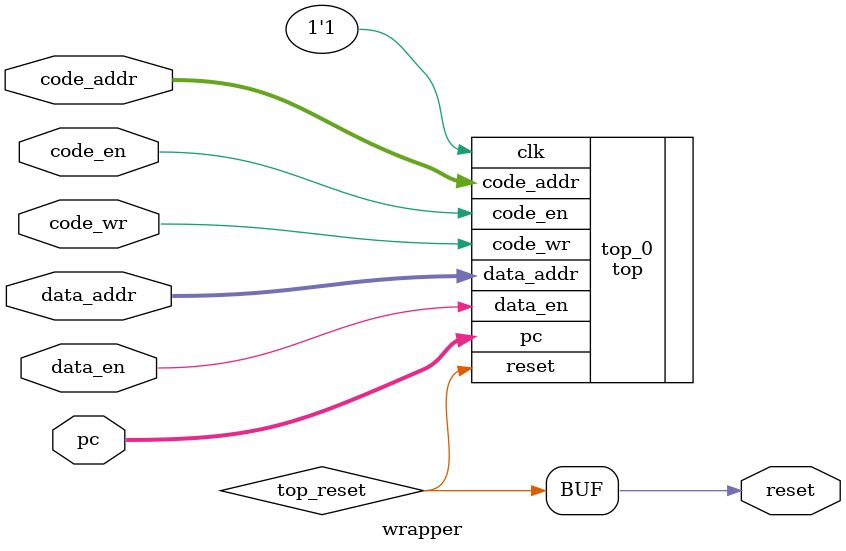
<source format=v>
`ifdef OMSP_NO_INCLUDE
`else
`include "openMSP430_defines.v"
`endif

module wrapper (
    input  [15:0] pc,
    input         data_en,
    input         code_en,
    input         code_wr,
    input  [15:0] data_addr,
    input  [15:0] code_addr,
    output        reset
);

  // TEXT_SECTION
  parameter STXT_START = 16'hA000;
  parameter STXT_STOP = 16'hA400;

  // DATA_SECTION
  parameter SDATA_START = 16'h0500;
  parameter SDATA_STOP = 16'h0C00;

  wire top_reset;

  top #(
      .STXT_START (STXT_START),
      .STXT_STOP  (STXT_STOP),
      .SDATA_START(SDATA_START),
      .SDATA_STOP (SDATA_STOP)
    ) top_0 (
      .clk      (1'b1),
      .pc       (pc),
      .data_en  (data_en),
      .code_en  (code_en),
      .code_wr  (code_wr),
      .data_addr(data_addr),
      .code_addr(code_addr),
      .reset    (top_reset),
  );

  assign reset = top_reset;

endmodule

</source>
